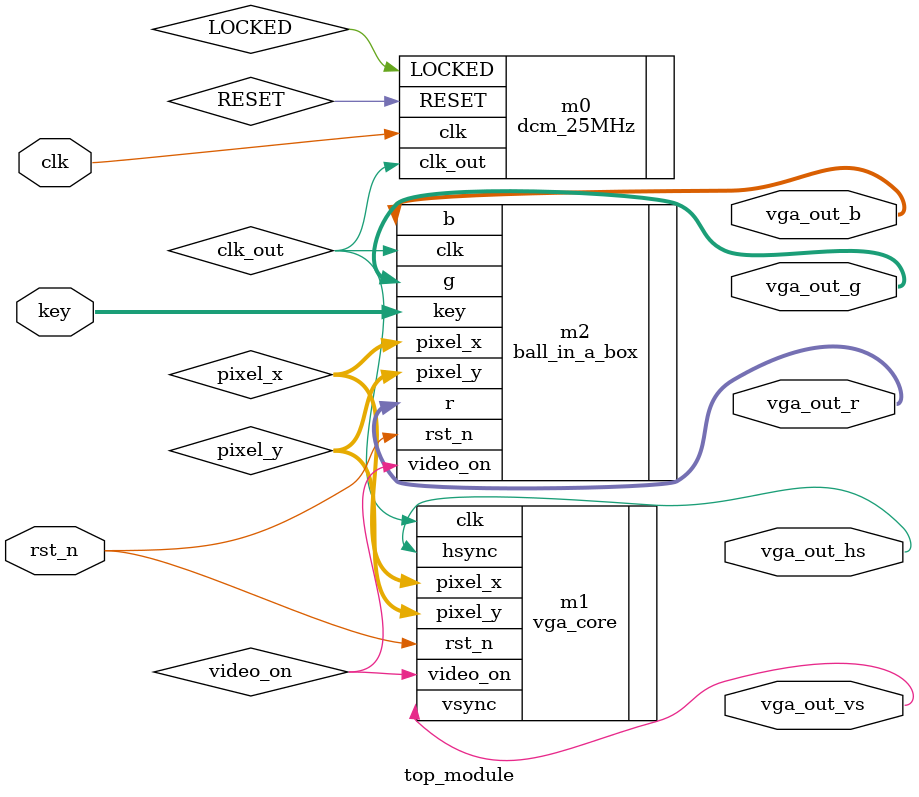
<source format=v>
`timescale 1ns / 1ps

module top_module
	(
		input clk, rst_n,
		input[1:0] key, //key[1] is for changing  ball speed, key[0] for changing location of ball(randomly)
		output[4:0] vga_out_r,
		output[5:0] vga_out_g,
		output[4:0] vga_out_b,
		output vga_out_vs,vga_out_hs
    );
	 
	wire clk_out;
	wire video_on;
	wire[11:0] pixel_x,pixel_y;
	
	dcm_25MHz m0
   (// Clock in ports
		 .clk(clk),      // IN
		 // Clock out ports
		 .clk_out(clk_out),     // OUT
		 // Status and control signals
		 .RESET(RESET),// IN
		 .LOCKED(LOCKED)
	 );
	 vga_core m1
	(
		.clk(clk_out), //clock must be 25MHz for 640x480 resolution
		.rst_n(rst_n), 
		.hsync(vga_out_hs),
		.vsync(vga_out_vs),
		.video_on(video_on),
		.pixel_x(pixel_x),
		.pixel_y(pixel_y)
    );
	 
	 ball_in_a_box m2 //logic for self-bouncing ball
	 (
		.clk(clk_out),
		.rst_n(rst_n),
		.key(key),
		.video_on(video_on),
		.pixel_x(pixel_x),
		.pixel_y(pixel_y),
		.r(vga_out_r),
		.g(vga_out_g),
		.b(vga_out_b)
    );	
	 
	 
	 
endmodule 

</source>
